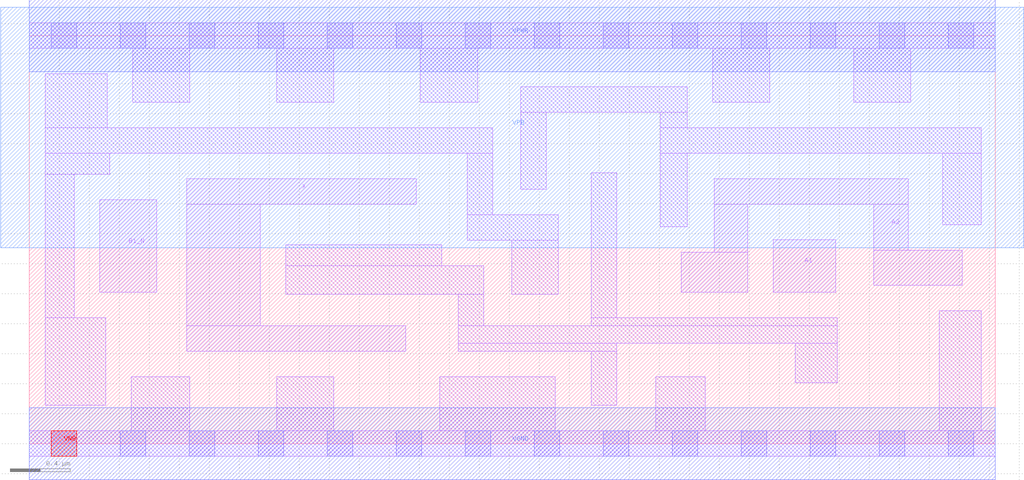
<source format=lef>
# Copyright 2020 The SkyWater PDK Authors
#
# Licensed under the Apache License, Version 2.0 (the "License");
# you may not use this file except in compliance with the License.
# You may obtain a copy of the License at
#
#     https://www.apache.org/licenses/LICENSE-2.0
#
# Unless required by applicable law or agreed to in writing, software
# distributed under the License is distributed on an "AS IS" BASIS,
# WITHOUT WARRANTIES OR CONDITIONS OF ANY KIND, either express or implied.
# See the License for the specific language governing permissions and
# limitations under the License.
#
# SPDX-License-Identifier: Apache-2.0

VERSION 5.7 ;
  NOWIREEXTENSIONATPIN ON ;
  DIVIDERCHAR "/" ;
  BUSBITCHARS "[]" ;
PROPERTYDEFINITIONS
  MACRO maskLayoutSubType STRING ;
  MACRO prCellType STRING ;
  MACRO originalViewName STRING ;
END PROPERTYDEFINITIONS
MACRO sky130_fd_sc_hdll__a21bo_4
  CLASS CORE ;
  FOREIGN sky130_fd_sc_hdll__a21bo_4 ;
  ORIGIN  0.000000  0.000000 ;
  SIZE  6.440000 BY  2.720000 ;
  SYMMETRY X Y R90 ;
  SITE unithd ;
  PIN A1
    ANTENNAGATEAREA  0.555000 ;
    DIRECTION INPUT ;
    USE SIGNAL ;
    PORT
      LAYER li1 ;
        RECT 4.960000 1.010000 5.375000 1.360000 ;
    END
  END A1
  PIN A2
    ANTENNAGATEAREA  0.555000 ;
    DIRECTION INPUT ;
    USE SIGNAL ;
    PORT
      LAYER li1 ;
        RECT 4.345000 1.010000 4.790000 1.275000 ;
        RECT 4.565000 1.275000 4.790000 1.595000 ;
        RECT 4.565000 1.595000 5.860000 1.765000 ;
        RECT 5.630000 1.055000 6.220000 1.290000 ;
        RECT 5.630000 1.290000 5.860000 1.595000 ;
    END
  END A2
  PIN B1_N
    ANTENNAGATEAREA  0.277500 ;
    DIRECTION INPUT ;
    USE SIGNAL ;
    PORT
      LAYER li1 ;
        RECT 0.470000 1.010000 0.850000 1.625000 ;
    END
  END B1_N
  PIN VNB
    PORT
      LAYER pwell ;
        RECT 0.145000 -0.085000 0.315000 0.085000 ;
    END
  END VNB
  PIN VPB
    PORT
      LAYER nwell ;
        RECT -0.190000 1.305000 6.630000 2.910000 ;
    END
  END VPB
  PIN X
    ANTENNADIFFAREA  1.029000 ;
    DIRECTION OUTPUT ;
    USE SIGNAL ;
    PORT
      LAYER li1 ;
        RECT 1.050000 0.615000 2.510000 0.785000 ;
        RECT 1.050000 0.785000 1.540000 1.595000 ;
        RECT 1.050000 1.595000 2.580000 1.765000 ;
    END
  END X
  PIN VGND
    DIRECTION INOUT ;
    USE GROUND ;
    PORT
      LAYER met1 ;
        RECT 0.000000 -0.240000 6.440000 0.240000 ;
    END
  END VGND
  PIN VPWR
    DIRECTION INOUT ;
    USE POWER ;
    PORT
      LAYER met1 ;
        RECT 0.000000 2.480000 6.440000 2.960000 ;
    END
  END VPWR
  OBS
    LAYER li1 ;
      RECT 0.000000 -0.085000 6.440000 0.085000 ;
      RECT 0.000000  2.635000 6.440000 2.805000 ;
      RECT 0.105000  0.255000 0.510000 0.840000 ;
      RECT 0.105000  0.840000 0.300000 1.795000 ;
      RECT 0.105000  1.795000 0.535000 1.935000 ;
      RECT 0.105000  1.935000 3.090000 2.105000 ;
      RECT 0.105000  2.105000 0.520000 2.465000 ;
      RECT 0.680000  0.085000 1.070000 0.445000 ;
      RECT 0.690000  2.275000 1.070000 2.635000 ;
      RECT 1.650000  0.085000 2.030000 0.445000 ;
      RECT 1.650000  2.275000 2.030000 2.635000 ;
      RECT 1.710000  0.995000 3.030000 1.185000 ;
      RECT 1.710000  1.185000 2.750000 1.325000 ;
      RECT 2.605000  2.275000 2.990000 2.635000 ;
      RECT 2.735000  0.085000 3.505000 0.445000 ;
      RECT 2.860000  0.615000 3.915000 0.670000 ;
      RECT 2.860000  0.670000 5.385000 0.785000 ;
      RECT 2.860000  0.785000 3.030000 0.995000 ;
      RECT 2.920000  1.355000 3.525000 1.525000 ;
      RECT 2.920000  1.525000 3.090000 1.935000 ;
      RECT 3.215000  0.995000 3.525000 1.355000 ;
      RECT 3.275000  1.695000 3.445000 2.210000 ;
      RECT 3.275000  2.210000 4.385000 2.380000 ;
      RECT 3.745000  0.255000 3.915000 0.615000 ;
      RECT 3.745000  0.785000 5.385000 0.840000 ;
      RECT 3.745000  0.840000 3.915000 1.805000 ;
      RECT 4.175000  0.085000 4.505000 0.445000 ;
      RECT 4.205000  1.445000 4.385000 1.935000 ;
      RECT 4.205000  1.935000 6.345000 2.105000 ;
      RECT 4.205000  2.105000 4.385000 2.210000 ;
      RECT 4.555000  2.275000 4.935000 2.635000 ;
      RECT 5.105000  0.405000 5.385000 0.670000 ;
      RECT 5.495000  2.275000 5.875000 2.635000 ;
      RECT 6.065000  0.085000 6.345000 0.885000 ;
      RECT 6.090000  1.460000 6.345000 1.935000 ;
    LAYER mcon ;
      RECT 0.145000 -0.085000 0.315000 0.085000 ;
      RECT 0.145000  2.635000 0.315000 2.805000 ;
      RECT 0.605000 -0.085000 0.775000 0.085000 ;
      RECT 0.605000  2.635000 0.775000 2.805000 ;
      RECT 1.065000 -0.085000 1.235000 0.085000 ;
      RECT 1.065000  2.635000 1.235000 2.805000 ;
      RECT 1.525000 -0.085000 1.695000 0.085000 ;
      RECT 1.525000  2.635000 1.695000 2.805000 ;
      RECT 1.985000 -0.085000 2.155000 0.085000 ;
      RECT 1.985000  2.635000 2.155000 2.805000 ;
      RECT 2.445000 -0.085000 2.615000 0.085000 ;
      RECT 2.445000  2.635000 2.615000 2.805000 ;
      RECT 2.905000 -0.085000 3.075000 0.085000 ;
      RECT 2.905000  2.635000 3.075000 2.805000 ;
      RECT 3.365000 -0.085000 3.535000 0.085000 ;
      RECT 3.365000  2.635000 3.535000 2.805000 ;
      RECT 3.825000 -0.085000 3.995000 0.085000 ;
      RECT 3.825000  2.635000 3.995000 2.805000 ;
      RECT 4.285000 -0.085000 4.455000 0.085000 ;
      RECT 4.285000  2.635000 4.455000 2.805000 ;
      RECT 4.745000 -0.085000 4.915000 0.085000 ;
      RECT 4.745000  2.635000 4.915000 2.805000 ;
      RECT 5.205000 -0.085000 5.375000 0.085000 ;
      RECT 5.205000  2.635000 5.375000 2.805000 ;
      RECT 5.665000 -0.085000 5.835000 0.085000 ;
      RECT 5.665000  2.635000 5.835000 2.805000 ;
      RECT 6.125000 -0.085000 6.295000 0.085000 ;
      RECT 6.125000  2.635000 6.295000 2.805000 ;
  END
  PROPERTY maskLayoutSubType "abstract" ;
  PROPERTY prCellType "standard" ;
  PROPERTY originalViewName "layout" ;
END sky130_fd_sc_hdll__a21bo_4
END LIBRARY

</source>
